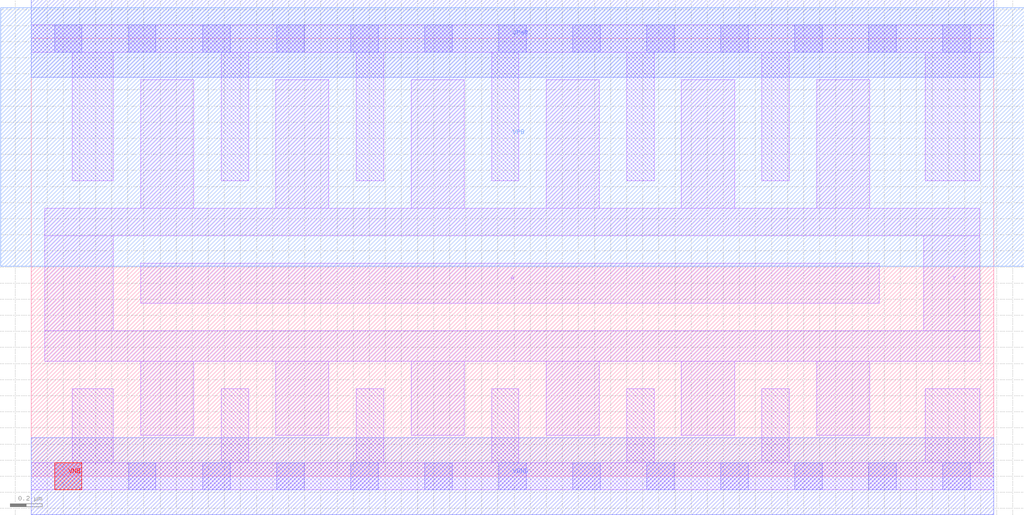
<source format=lef>
# Copyright 2020 The SkyWater PDK Authors
#
# Licensed under the Apache License, Version 2.0 (the "License");
# you may not use this file except in compliance with the License.
# You may obtain a copy of the License at
#
#     https://www.apache.org/licenses/LICENSE-2.0
#
# Unless required by applicable law or agreed to in writing, software
# distributed under the License is distributed on an "AS IS" BASIS,
# WITHOUT WARRANTIES OR CONDITIONS OF ANY KIND, either express or implied.
# See the License for the specific language governing permissions and
# limitations under the License.
#
# SPDX-License-Identifier: Apache-2.0

VERSION 5.7 ;
  NOWIREEXTENSIONATPIN ON ;
  DIVIDERCHAR "/" ;
  BUSBITCHARS "[]" ;
MACRO sky130_fd_sc_hd__inv_12
  CLASS CORE ;
  FOREIGN sky130_fd_sc_hd__inv_12 ;
  ORIGIN  0.000000  0.000000 ;
  SIZE  5.980000 BY  2.720000 ;
  SYMMETRY X Y R90 ;
  SITE unithd ;
  PIN A
    ANTENNAGATEAREA  2.970000 ;
    DIRECTION INPUT ;
    USE SIGNAL ;
    PORT
      LAYER li1 ;
        RECT 0.680000 1.075000 5.270000 1.325000 ;
    END
  END A
  PIN VNB
    PORT
      LAYER pwell ;
        RECT 0.145000 -0.085000 0.315000 0.085000 ;
    END
  END VNB
  PIN VPB
    PORT
      LAYER nwell ;
        RECT -0.190000 1.305000 6.170000 2.910000 ;
    END
  END VPB
  PIN Y
    ANTENNADIFFAREA  2.673000 ;
    DIRECTION OUTPUT ;
    USE SIGNAL ;
    PORT
      LAYER li1 ;
        RECT 0.085000 0.715000 5.895000 0.905000 ;
        RECT 0.085000 0.905000 0.510000 1.495000 ;
        RECT 0.085000 1.495000 5.895000 1.665000 ;
        RECT 0.680000 0.255000 1.010000 0.715000 ;
        RECT 0.680000 1.665000 1.010000 2.465000 ;
        RECT 1.520000 0.255000 1.850000 0.715000 ;
        RECT 1.520000 1.665000 1.850000 2.465000 ;
        RECT 2.360000 0.255000 2.690000 0.715000 ;
        RECT 2.360000 1.665000 2.690000 2.465000 ;
        RECT 3.200000 0.255000 3.530000 0.715000 ;
        RECT 3.200000 1.665000 3.530000 2.465000 ;
        RECT 4.040000 0.255000 4.370000 0.715000 ;
        RECT 4.040000 1.665000 4.370000 2.465000 ;
        RECT 4.880000 0.255000 5.210000 0.715000 ;
        RECT 4.880000 1.665000 5.210000 2.465000 ;
        RECT 5.545000 0.905000 5.895000 1.495000 ;
    END
  END Y
  PIN VGND
    DIRECTION INOUT ;
    SHAPE ABUTMENT ;
    USE GROUND ;
    PORT
      LAYER met1 ;
        RECT 0.000000 -0.240000 5.980000 0.240000 ;
    END
  END VGND
  PIN VPWR
    DIRECTION INOUT ;
    SHAPE ABUTMENT ;
    USE POWER ;
    PORT
      LAYER met1 ;
        RECT 0.000000 2.480000 5.980000 2.960000 ;
    END
  END VPWR
  OBS
    LAYER li1 ;
      RECT 0.000000 -0.085000 5.980000 0.085000 ;
      RECT 0.000000  2.635000 5.980000 2.805000 ;
      RECT 0.255000  0.085000 0.510000 0.545000 ;
      RECT 0.255000  1.835000 0.510000 2.635000 ;
      RECT 1.180000  0.085000 1.350000 0.545000 ;
      RECT 1.180000  1.835000 1.350000 2.635000 ;
      RECT 2.020000  0.085000 2.190000 0.545000 ;
      RECT 2.020000  1.835000 2.190000 2.635000 ;
      RECT 2.860000  0.085000 3.030000 0.545000 ;
      RECT 2.860000  1.835000 3.030000 2.635000 ;
      RECT 3.700000  0.085000 3.870000 0.545000 ;
      RECT 3.700000  1.835000 3.870000 2.635000 ;
      RECT 4.540000  0.085000 4.710000 0.545000 ;
      RECT 4.540000  1.835000 4.710000 2.635000 ;
      RECT 5.555000  0.085000 5.895000 0.545000 ;
      RECT 5.555000  1.835000 5.895000 2.635000 ;
    LAYER mcon ;
      RECT 0.145000 -0.085000 0.315000 0.085000 ;
      RECT 0.145000  2.635000 0.315000 2.805000 ;
      RECT 0.605000 -0.085000 0.775000 0.085000 ;
      RECT 0.605000  2.635000 0.775000 2.805000 ;
      RECT 1.065000 -0.085000 1.235000 0.085000 ;
      RECT 1.065000  2.635000 1.235000 2.805000 ;
      RECT 1.525000 -0.085000 1.695000 0.085000 ;
      RECT 1.525000  2.635000 1.695000 2.805000 ;
      RECT 1.985000 -0.085000 2.155000 0.085000 ;
      RECT 1.985000  2.635000 2.155000 2.805000 ;
      RECT 2.445000 -0.085000 2.615000 0.085000 ;
      RECT 2.445000  2.635000 2.615000 2.805000 ;
      RECT 2.905000 -0.085000 3.075000 0.085000 ;
      RECT 2.905000  2.635000 3.075000 2.805000 ;
      RECT 3.365000 -0.085000 3.535000 0.085000 ;
      RECT 3.365000  2.635000 3.535000 2.805000 ;
      RECT 3.825000 -0.085000 3.995000 0.085000 ;
      RECT 3.825000  2.635000 3.995000 2.805000 ;
      RECT 4.285000 -0.085000 4.455000 0.085000 ;
      RECT 4.285000  2.635000 4.455000 2.805000 ;
      RECT 4.745000 -0.085000 4.915000 0.085000 ;
      RECT 4.745000  2.635000 4.915000 2.805000 ;
      RECT 5.205000 -0.085000 5.375000 0.085000 ;
      RECT 5.205000  2.635000 5.375000 2.805000 ;
      RECT 5.665000 -0.085000 5.835000 0.085000 ;
      RECT 5.665000  2.635000 5.835000 2.805000 ;
  END
END sky130_fd_sc_hd__inv_12
END LIBRARY

</source>
